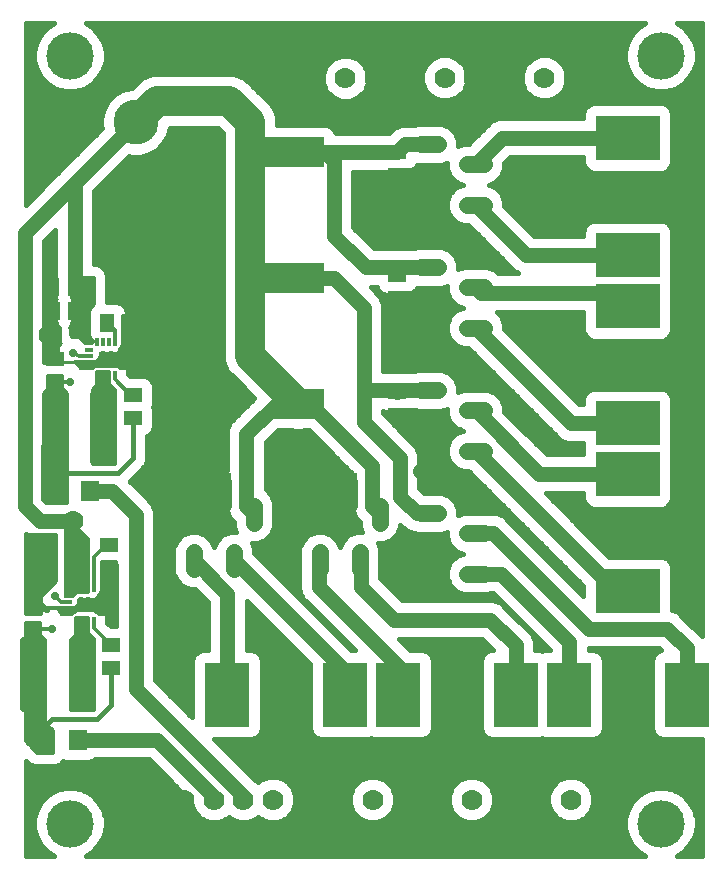
<source format=gtl>
G75*
G70*
%OFA0B0*%
%FSLAX24Y24*%
%IPPOS*%
%LPD*%
%AMOC8*
5,1,8,0,0,1.08239X$1,22.5*
%
%ADD10R,0.0480X0.0480*%
%ADD11R,0.0315X0.0118*%
%ADD12R,0.0118X0.0315*%
%ADD13R,0.0512X0.0591*%
%ADD14C,0.0217*%
%ADD15R,0.0591X0.0512*%
%ADD16C,0.1500*%
%ADD17C,0.0700*%
%ADD18R,0.0630X0.0710*%
%ADD19C,0.0554*%
%ADD20R,0.1693X0.0984*%
%ADD21R,0.2165X0.1516*%
%ADD22R,0.1516X0.2165*%
%ADD23C,0.0100*%
%ADD24OC8,0.0278*%
%ADD25C,0.0120*%
%ADD26C,0.0500*%
%ADD27C,0.0160*%
%ADD28C,0.0320*%
%ADD29C,0.1000*%
%ADD30C,0.0400*%
%ADD31C,0.1581*%
D10*
X002680Y009080D03*
X003380Y017280D03*
D11*
X003931Y017182D03*
X003931Y017379D03*
X003931Y017576D03*
X003931Y016985D03*
X002829Y016985D03*
X002829Y017182D03*
X002829Y017379D03*
X002829Y017576D03*
X003231Y009375D03*
X003231Y009178D03*
X003231Y008982D03*
X003231Y008785D03*
X002129Y008785D03*
X002129Y008982D03*
X002129Y009178D03*
X002129Y009375D03*
D12*
X002385Y009631D03*
X002582Y009631D03*
X002778Y009631D03*
X002975Y009631D03*
X002975Y008529D03*
X002778Y008529D03*
X002582Y008529D03*
X002385Y008529D03*
X003085Y016729D03*
X003281Y016729D03*
X003478Y016729D03*
X003675Y016729D03*
X003675Y017832D03*
X003478Y017832D03*
X003281Y017832D03*
X003085Y017832D03*
D13*
X003434Y018471D03*
X004182Y018471D03*
X002359Y018882D03*
X001611Y018882D03*
X001602Y019676D03*
X002350Y019676D03*
X007306Y013180D03*
X008054Y013180D03*
X011506Y013180D03*
X012254Y013180D03*
X002254Y011160D03*
X002254Y010480D03*
X001506Y010480D03*
X001506Y011160D03*
D14*
X001996Y013851D02*
X001996Y016115D01*
X001996Y013851D02*
X001346Y013851D01*
X001346Y016115D01*
X001996Y016115D01*
X001996Y014067D02*
X001346Y014067D01*
X001346Y014283D02*
X001996Y014283D01*
X001996Y014499D02*
X001346Y014499D01*
X001346Y014715D02*
X001996Y014715D01*
X001996Y014931D02*
X001346Y014931D01*
X001346Y015147D02*
X001996Y015147D01*
X001996Y015363D02*
X001346Y015363D01*
X001346Y015579D02*
X001996Y015579D01*
X001996Y015795D02*
X001346Y015795D01*
X001346Y016011D02*
X001996Y016011D01*
X002961Y016115D02*
X002961Y013851D01*
X002961Y016115D02*
X003611Y016115D01*
X003611Y013851D01*
X002961Y013851D01*
X002961Y014067D02*
X003611Y014067D01*
X003611Y014283D02*
X002961Y014283D01*
X002961Y014499D02*
X003611Y014499D01*
X003611Y014715D02*
X002961Y014715D01*
X002961Y014931D02*
X003611Y014931D01*
X003611Y015147D02*
X002961Y015147D01*
X002961Y015363D02*
X003611Y015363D01*
X003611Y015579D02*
X002961Y015579D01*
X002961Y015795D02*
X003611Y015795D01*
X003611Y016011D02*
X002961Y016011D01*
X002243Y007889D02*
X002243Y005625D01*
X002243Y007889D02*
X002893Y007889D01*
X002893Y005625D01*
X002243Y005625D01*
X002243Y005841D02*
X002893Y005841D01*
X002893Y006057D02*
X002243Y006057D01*
X002243Y006273D02*
X002893Y006273D01*
X002893Y006489D02*
X002243Y006489D01*
X002243Y006705D02*
X002893Y006705D01*
X002893Y006921D02*
X002243Y006921D01*
X002243Y007137D02*
X002893Y007137D01*
X002893Y007353D02*
X002243Y007353D01*
X002243Y007569D02*
X002893Y007569D01*
X002893Y007785D02*
X002243Y007785D01*
X001279Y007889D02*
X001279Y005625D01*
X000629Y005625D01*
X000629Y007889D01*
X001279Y007889D01*
X001279Y005841D02*
X000629Y005841D01*
X000629Y006057D02*
X001279Y006057D01*
X001279Y006273D02*
X000629Y006273D01*
X000629Y006489D02*
X001279Y006489D01*
X001279Y006705D02*
X000629Y006705D01*
X000629Y006921D02*
X001279Y006921D01*
X001279Y007137D02*
X000629Y007137D01*
X000629Y007353D02*
X001279Y007353D01*
X001279Y007569D02*
X000629Y007569D01*
X000629Y007785D02*
X001279Y007785D01*
D15*
X000950Y008266D03*
X000950Y009014D03*
X003480Y010306D03*
X003480Y011054D03*
X003542Y007723D03*
X003542Y006974D03*
X004279Y015306D03*
X004279Y016054D03*
X001674Y016505D03*
X001674Y017253D03*
X013080Y016154D03*
X013080Y015406D03*
X013080Y019306D03*
X013080Y020054D03*
X013080Y023406D03*
X013080Y024154D03*
D16*
X004380Y023196D03*
X004380Y025164D03*
D17*
X001480Y018080D03*
X002280Y011880D03*
X000980Y009780D03*
X005011Y002580D03*
X005996Y002580D03*
X006980Y002580D03*
X007964Y002580D03*
X008949Y002580D03*
X011288Y002580D03*
X012272Y002580D03*
X014588Y002580D03*
X015572Y002580D03*
X017898Y002580D03*
X018882Y002580D03*
X018982Y026640D03*
X017998Y026640D03*
X015662Y026640D03*
X014678Y026640D03*
X012352Y026620D03*
X011368Y026620D03*
D18*
X002840Y012880D03*
X001720Y012880D03*
X001320Y004580D03*
X002440Y004580D03*
D19*
X006311Y010274D02*
X006311Y010829D01*
X006980Y011810D02*
X006980Y012364D01*
X008319Y012364D02*
X008319Y011810D01*
X007649Y010829D02*
X007649Y010274D01*
X005641Y011810D02*
X005641Y012364D01*
X009841Y012364D02*
X009841Y011810D01*
X010511Y010829D02*
X010511Y010274D01*
X011180Y011810D02*
X011180Y012364D01*
X011849Y010829D02*
X011849Y010274D01*
X012519Y011810D02*
X012519Y012364D01*
X013896Y012119D02*
X014450Y012119D01*
X015431Y011449D02*
X015986Y011449D01*
X015986Y010111D02*
X015431Y010111D01*
X014450Y010780D02*
X013896Y010780D01*
X013896Y009441D02*
X014450Y009441D01*
X014450Y013541D02*
X013896Y013541D01*
X013896Y014880D02*
X014450Y014880D01*
X015431Y014211D02*
X015986Y014211D01*
X015986Y015549D02*
X015431Y015549D01*
X014450Y016219D02*
X013896Y016219D01*
X013896Y017641D02*
X014450Y017641D01*
X015431Y018311D02*
X015986Y018311D01*
X015986Y019649D02*
X015431Y019649D01*
X014450Y018980D02*
X013896Y018980D01*
X013896Y020319D02*
X014450Y020319D01*
X014450Y021741D02*
X013896Y021741D01*
X013896Y023080D02*
X014450Y023080D01*
X015431Y022411D02*
X015986Y022411D01*
X015986Y023749D02*
X015431Y023749D01*
X014450Y024419D02*
X013896Y024419D01*
D20*
X009814Y024180D03*
X006546Y024180D03*
X006546Y019980D03*
X009814Y019980D03*
X009814Y015780D03*
X006546Y015780D03*
D21*
X020780Y015121D03*
X020780Y013439D03*
X020780Y009521D03*
X020780Y019039D03*
X020780Y020721D03*
X020780Y024639D03*
D22*
X018821Y006080D03*
X017039Y006080D03*
X013121Y006080D03*
X011339Y006080D03*
X007421Y006080D03*
X022739Y006080D03*
D23*
X004430Y016970D02*
X003835Y016970D01*
X003788Y017017D01*
X002972Y017017D01*
X002932Y016977D01*
X002510Y016980D01*
X002320Y017190D01*
X002401Y017190D01*
X002403Y017189D01*
X002436Y017189D01*
X002466Y017174D01*
X002512Y017189D01*
X002907Y017189D01*
X002908Y017190D01*
X003040Y017190D01*
X003116Y017266D01*
X003116Y017292D01*
X003190Y017370D01*
X003190Y017480D01*
X003740Y017480D01*
X003820Y017560D01*
X003820Y017576D01*
X003864Y017620D01*
X003864Y017654D01*
X003930Y017720D01*
X003930Y018730D01*
X004430Y018730D01*
X004430Y016970D01*
X004430Y017024D02*
X002471Y017024D01*
X002381Y017122D02*
X004430Y017122D01*
X004430Y017221D02*
X003071Y017221D01*
X003142Y017319D02*
X004430Y017319D01*
X004430Y017418D02*
X003190Y017418D01*
X003272Y017401D02*
X003272Y017165D01*
X003094Y016850D02*
X003486Y016850D01*
X003486Y016809D01*
X003485Y016808D01*
X003485Y016506D01*
X003500Y016491D01*
X003500Y016420D01*
X003670Y016250D01*
X003670Y013780D01*
X002910Y013780D01*
X002910Y016250D01*
X003060Y016400D01*
X003060Y016816D01*
X003094Y016850D01*
X003070Y016827D02*
X003486Y016827D01*
X003485Y016728D02*
X003060Y016728D01*
X003060Y016630D02*
X003485Y016630D01*
X003485Y016531D02*
X003060Y016531D01*
X003060Y016433D02*
X003500Y016433D01*
X003586Y016334D02*
X002994Y016334D01*
X002910Y016236D02*
X003670Y016236D01*
X003670Y016137D02*
X002910Y016137D01*
X002910Y016039D02*
X003670Y016039D01*
X003670Y015940D02*
X002910Y015940D01*
X002910Y015842D02*
X003670Y015842D01*
X003670Y015743D02*
X002910Y015743D01*
X002910Y015645D02*
X003670Y015645D01*
X003670Y015546D02*
X002910Y015546D01*
X002910Y015448D02*
X003670Y015448D01*
X003670Y015349D02*
X002910Y015349D01*
X002910Y015251D02*
X003670Y015251D01*
X003670Y015152D02*
X002910Y015152D01*
X002910Y015054D02*
X003670Y015054D01*
X003670Y014955D02*
X002910Y014955D01*
X002910Y014857D02*
X003670Y014857D01*
X003670Y014758D02*
X002910Y014758D01*
X002910Y014660D02*
X003670Y014660D01*
X003670Y014561D02*
X002910Y014561D01*
X002910Y014463D02*
X003670Y014463D01*
X003670Y014364D02*
X002910Y014364D01*
X002910Y014266D02*
X003670Y014266D01*
X003670Y014167D02*
X002910Y014167D01*
X002910Y014069D02*
X003670Y014069D01*
X003670Y013970D02*
X002910Y013970D01*
X002910Y013872D02*
X003670Y013872D01*
X002070Y013872D02*
X001280Y013872D01*
X001280Y013790D02*
X001280Y016140D01*
X001420Y016280D01*
X001420Y016720D01*
X001920Y016720D01*
X001920Y016290D01*
X002070Y016140D01*
X002070Y013790D01*
X001280Y013790D01*
X001280Y013970D02*
X002070Y013970D01*
X002070Y014069D02*
X001280Y014069D01*
X001280Y014167D02*
X002070Y014167D01*
X002070Y014266D02*
X001280Y014266D01*
X001280Y014364D02*
X002070Y014364D01*
X002070Y014463D02*
X001280Y014463D01*
X001280Y014561D02*
X002070Y014561D01*
X002070Y014660D02*
X001280Y014660D01*
X001280Y014758D02*
X002070Y014758D01*
X002070Y014857D02*
X001280Y014857D01*
X001280Y014955D02*
X002070Y014955D01*
X002070Y015054D02*
X001280Y015054D01*
X001280Y015152D02*
X002070Y015152D01*
X002070Y015251D02*
X001280Y015251D01*
X001280Y015349D02*
X002070Y015349D01*
X002070Y015448D02*
X001280Y015448D01*
X001280Y015546D02*
X002070Y015546D01*
X002070Y015645D02*
X001280Y015645D01*
X001280Y015743D02*
X002070Y015743D01*
X002070Y015842D02*
X001280Y015842D01*
X001280Y015940D02*
X002070Y015940D01*
X002070Y016039D02*
X001280Y016039D01*
X001280Y016137D02*
X002070Y016137D01*
X001974Y016236D02*
X001376Y016236D01*
X001420Y016334D02*
X001920Y016334D01*
X001920Y016433D02*
X001420Y016433D01*
X001420Y016531D02*
X001920Y016531D01*
X001920Y016630D02*
X001420Y016630D01*
X001300Y017129D02*
X001300Y019982D01*
X001724Y019988D01*
X001724Y019307D01*
X001740Y019267D01*
X001733Y019251D01*
X001733Y018513D01*
X001790Y018377D01*
X001840Y018327D01*
X001840Y017830D01*
X001885Y017805D01*
X001771Y017691D01*
X001771Y017269D01*
X001909Y017131D01*
X001306Y017131D01*
X001300Y017129D01*
X001300Y017221D02*
X001820Y017221D01*
X001746Y017182D02*
X001674Y017253D01*
X001674Y017182D01*
X001746Y017182D02*
X002829Y017182D01*
X002905Y017809D02*
X002671Y017809D01*
X002491Y017989D01*
X002261Y017989D01*
X002200Y018050D01*
X002200Y018223D01*
X002149Y018346D01*
X002181Y018377D01*
X002237Y018513D01*
X002237Y019251D01*
X002221Y019291D01*
X002228Y019307D01*
X002228Y019990D01*
X002980Y019990D01*
X002980Y019085D01*
X002968Y019080D01*
X002864Y018976D01*
X002808Y018840D01*
X002808Y018102D01*
X002864Y017966D01*
X002968Y017862D01*
X002983Y017856D01*
X002930Y017834D01*
X002905Y017809D01*
X002907Y017812D02*
X002668Y017812D01*
X002570Y017910D02*
X002920Y017910D01*
X002847Y018009D02*
X002241Y018009D01*
X002200Y018107D02*
X002808Y018107D01*
X002808Y018206D02*
X002200Y018206D01*
X002167Y018304D02*
X002808Y018304D01*
X002808Y018403D02*
X002191Y018403D01*
X002232Y018501D02*
X002808Y018501D01*
X002808Y018600D02*
X002237Y018600D01*
X002237Y018698D02*
X002808Y018698D01*
X002808Y018797D02*
X002237Y018797D01*
X002237Y018895D02*
X002830Y018895D01*
X002882Y018994D02*
X002237Y018994D01*
X002237Y019092D02*
X002980Y019092D01*
X002980Y019191D02*
X002237Y019191D01*
X002222Y019289D02*
X002980Y019289D01*
X002980Y019388D02*
X002228Y019388D01*
X002228Y019486D02*
X002980Y019486D01*
X002980Y019585D02*
X002228Y019585D01*
X002228Y019683D02*
X002980Y019683D01*
X002980Y019782D02*
X002228Y019782D01*
X002228Y019880D02*
X002980Y019880D01*
X002980Y019979D02*
X002228Y019979D01*
X001724Y019979D02*
X001300Y019979D01*
X001300Y019880D02*
X001724Y019880D01*
X001724Y019782D02*
X001300Y019782D01*
X001300Y019683D02*
X001724Y019683D01*
X001724Y019585D02*
X001300Y019585D01*
X001300Y019486D02*
X001724Y019486D01*
X001724Y019388D02*
X001300Y019388D01*
X001300Y019289D02*
X001731Y019289D01*
X001733Y019191D02*
X001300Y019191D01*
X001300Y019092D02*
X001733Y019092D01*
X001733Y018994D02*
X001300Y018994D01*
X001300Y018895D02*
X001733Y018895D01*
X001733Y018797D02*
X001300Y018797D01*
X001300Y018698D02*
X001733Y018698D01*
X001733Y018600D02*
X001300Y018600D01*
X001300Y018501D02*
X001739Y018501D01*
X001779Y018403D02*
X001300Y018403D01*
X001300Y018304D02*
X001840Y018304D01*
X001840Y018206D02*
X001300Y018206D01*
X001300Y018107D02*
X001840Y018107D01*
X001840Y018009D02*
X001300Y018009D01*
X001300Y017910D02*
X001840Y017910D01*
X001873Y017812D02*
X001300Y017812D01*
X001300Y017713D02*
X001793Y017713D01*
X001771Y017615D02*
X001300Y017615D01*
X001300Y017516D02*
X001771Y017516D01*
X001771Y017418D02*
X001300Y017418D01*
X001300Y017319D02*
X001771Y017319D01*
X001674Y015187D02*
X001671Y014983D01*
X003776Y017516D02*
X004430Y017516D01*
X004430Y017615D02*
X003858Y017615D01*
X003923Y017713D02*
X004430Y017713D01*
X004430Y017812D02*
X003930Y017812D01*
X003930Y017910D02*
X004430Y017910D01*
X004430Y018009D02*
X003930Y018009D01*
X003930Y018107D02*
X004430Y018107D01*
X004430Y018206D02*
X003930Y018206D01*
X003930Y018304D02*
X004430Y018304D01*
X004430Y018403D02*
X003930Y018403D01*
X003930Y018501D02*
X004430Y018501D01*
X004430Y018600D02*
X003930Y018600D01*
X003930Y018698D02*
X004430Y018698D01*
X002480Y011580D02*
X002020Y011590D01*
X002020Y009368D01*
X002208Y009368D01*
X002208Y009367D01*
X002267Y009367D01*
X002390Y009490D01*
X002786Y009490D01*
X002786Y009552D01*
X002785Y009552D01*
X002785Y009915D01*
X002770Y011290D01*
X002480Y011580D01*
X002552Y011508D02*
X002020Y011508D01*
X002020Y011409D02*
X002651Y011409D01*
X002749Y011311D02*
X002020Y011311D01*
X002020Y011212D02*
X002771Y011212D01*
X002772Y011114D02*
X002020Y011114D01*
X002020Y011015D02*
X002773Y011015D01*
X002774Y010917D02*
X002020Y010917D01*
X002020Y010818D02*
X002775Y010818D01*
X002776Y010720D02*
X002020Y010720D01*
X002020Y010621D02*
X002777Y010621D01*
X002779Y010523D02*
X002020Y010523D01*
X002020Y010424D02*
X002780Y010424D01*
X002781Y010326D02*
X002020Y010326D01*
X002020Y010227D02*
X002782Y010227D01*
X002783Y010129D02*
X002020Y010129D01*
X002020Y010030D02*
X002784Y010030D01*
X002785Y009932D02*
X002020Y009932D01*
X002020Y009833D02*
X002785Y009833D01*
X002785Y009735D02*
X002020Y009735D01*
X002020Y009636D02*
X002785Y009636D01*
X002786Y009538D02*
X002020Y009538D01*
X002020Y009439D02*
X002339Y009439D01*
X002480Y009280D02*
X003030Y009280D01*
X003110Y009360D01*
X003110Y009366D01*
X003164Y009420D01*
X003164Y009464D01*
X003220Y009520D01*
X003220Y010530D01*
X003720Y010530D01*
X003720Y008770D01*
X003134Y008770D01*
X003088Y008816D01*
X003064Y008816D01*
X002990Y008890D01*
X002390Y008890D01*
X002316Y008816D01*
X002272Y008816D01*
X002236Y008780D01*
X001900Y008780D01*
X001710Y008990D01*
X001801Y008990D01*
X001803Y008988D01*
X002208Y008988D01*
X002208Y008989D01*
X002340Y008989D01*
X002416Y009066D01*
X002416Y009103D01*
X002480Y009170D01*
X002480Y009280D01*
X002480Y009242D02*
X003720Y009242D01*
X003720Y009144D02*
X002455Y009144D01*
X002396Y009045D02*
X003720Y009045D01*
X003720Y008947D02*
X001749Y008947D01*
X001838Y008848D02*
X002348Y008848D01*
X002394Y008650D02*
X002786Y008650D01*
X002786Y008608D01*
X002785Y008608D01*
X002785Y008211D01*
X002800Y008196D01*
X002800Y008120D01*
X002970Y007950D01*
X002970Y005580D01*
X002170Y005580D01*
X002170Y007910D01*
X002360Y008100D01*
X002360Y008616D01*
X002394Y008650D01*
X002360Y008553D02*
X002785Y008553D01*
X002785Y008454D02*
X002360Y008454D01*
X002360Y008356D02*
X002785Y008356D01*
X002785Y008257D02*
X002360Y008257D01*
X002360Y008159D02*
X002800Y008159D01*
X002860Y008060D02*
X002320Y008060D01*
X002222Y007962D02*
X002958Y007962D01*
X002970Y007863D02*
X002170Y007863D01*
X002170Y007765D02*
X002970Y007765D01*
X002970Y007666D02*
X002170Y007666D01*
X002170Y007568D02*
X002970Y007568D01*
X002970Y007469D02*
X002170Y007469D01*
X002170Y007371D02*
X002970Y007371D01*
X002970Y007272D02*
X002170Y007272D01*
X002170Y007174D02*
X002970Y007174D01*
X002970Y007075D02*
X002170Y007075D01*
X002170Y006977D02*
X002970Y006977D01*
X002970Y006878D02*
X002170Y006878D01*
X002170Y006780D02*
X002970Y006780D01*
X002970Y006681D02*
X002170Y006681D01*
X002170Y006583D02*
X002970Y006583D01*
X002970Y006484D02*
X002170Y006484D01*
X002170Y006386D02*
X002970Y006386D01*
X002970Y006287D02*
X002170Y006287D01*
X002170Y006189D02*
X002970Y006189D01*
X002970Y006090D02*
X002170Y006090D01*
X002170Y005992D02*
X002970Y005992D01*
X002970Y005893D02*
X002170Y005893D01*
X002170Y005795D02*
X002970Y005795D01*
X002970Y005696D02*
X002170Y005696D01*
X002170Y005598D02*
X002970Y005598D01*
X001350Y005598D02*
X000680Y005598D01*
X000680Y005560D02*
X000680Y008030D01*
X000700Y008050D01*
X000700Y008490D01*
X001200Y008490D01*
X001200Y008060D01*
X001350Y007910D01*
X001350Y005560D01*
X000680Y005560D01*
X000680Y005696D02*
X001350Y005696D01*
X001350Y005795D02*
X000680Y005795D01*
X000680Y005893D02*
X001350Y005893D01*
X001350Y005992D02*
X000680Y005992D01*
X000680Y006090D02*
X001350Y006090D01*
X001350Y006189D02*
X000680Y006189D01*
X000680Y006287D02*
X001350Y006287D01*
X001350Y006386D02*
X000680Y006386D01*
X000680Y006484D02*
X001350Y006484D01*
X001350Y006583D02*
X000680Y006583D01*
X000680Y006681D02*
X001350Y006681D01*
X001350Y006780D02*
X000680Y006780D01*
X000680Y006878D02*
X001350Y006878D01*
X001350Y006977D02*
X000680Y006977D01*
X000680Y007075D02*
X001350Y007075D01*
X001350Y007174D02*
X000680Y007174D01*
X000680Y007272D02*
X001350Y007272D01*
X001350Y007371D02*
X000680Y007371D01*
X000680Y007469D02*
X001350Y007469D01*
X001350Y007568D02*
X000680Y007568D01*
X000680Y007666D02*
X001350Y007666D01*
X001350Y007765D02*
X000680Y007765D01*
X000680Y007863D02*
X001350Y007863D01*
X001298Y007962D02*
X000680Y007962D01*
X000700Y008060D02*
X001200Y008060D01*
X001200Y008159D02*
X000700Y008159D01*
X000700Y008257D02*
X001200Y008257D01*
X001200Y008356D02*
X000700Y008356D01*
X000700Y008454D02*
X001200Y008454D01*
X001230Y008780D02*
X000680Y008780D01*
X000680Y011430D01*
X001720Y011430D01*
X001720Y009870D01*
X001230Y009380D01*
X001230Y008780D01*
X001230Y008848D02*
X000680Y008848D01*
X000680Y008947D02*
X001230Y008947D01*
X001230Y009045D02*
X000680Y009045D01*
X000680Y009144D02*
X001230Y009144D01*
X001230Y009242D02*
X000680Y009242D01*
X000680Y009341D02*
X001230Y009341D01*
X001289Y009439D02*
X000680Y009439D01*
X000680Y009538D02*
X001388Y009538D01*
X001486Y009636D02*
X000680Y009636D01*
X000680Y009735D02*
X001585Y009735D01*
X001683Y009833D02*
X000680Y009833D01*
X000680Y009932D02*
X001720Y009932D01*
X001720Y010030D02*
X000680Y010030D01*
X000680Y010129D02*
X001720Y010129D01*
X001720Y010227D02*
X000680Y010227D01*
X000680Y010326D02*
X001720Y010326D01*
X001720Y010424D02*
X000680Y010424D01*
X000680Y010523D02*
X001720Y010523D01*
X001720Y010621D02*
X000680Y010621D01*
X000680Y010720D02*
X001720Y010720D01*
X001720Y010818D02*
X000680Y010818D01*
X000680Y010917D02*
X001720Y010917D01*
X001720Y011015D02*
X000680Y011015D01*
X000680Y011114D02*
X001720Y011114D01*
X001720Y011212D02*
X000680Y011212D01*
X000680Y011311D02*
X001720Y011311D01*
X001720Y011409D02*
X000680Y011409D01*
X003091Y009341D02*
X003720Y009341D01*
X003720Y009439D02*
X003164Y009439D01*
X003220Y009538D02*
X003720Y009538D01*
X003720Y009636D02*
X003220Y009636D01*
X003220Y009735D02*
X003720Y009735D01*
X003720Y009833D02*
X003220Y009833D01*
X003220Y009932D02*
X003720Y009932D01*
X003720Y010030D02*
X003220Y010030D01*
X003220Y010129D02*
X003720Y010129D01*
X003720Y010227D02*
X003220Y010227D01*
X003220Y010326D02*
X003720Y010326D01*
X003720Y010424D02*
X003220Y010424D01*
X003220Y010523D02*
X003720Y010523D01*
X003720Y008848D02*
X003032Y008848D01*
D24*
X002800Y008960D03*
X002800Y009200D03*
X002560Y009200D03*
X002560Y008960D03*
X001680Y009380D03*
X001580Y008280D03*
X002180Y016510D03*
X002280Y017480D03*
X003272Y017401D03*
X003272Y017165D03*
X003548Y017165D03*
X003548Y017401D03*
D25*
X003675Y017832D02*
X003675Y018230D01*
X003434Y018471D01*
X002829Y017379D02*
X002481Y017379D01*
X002280Y017480D01*
X002180Y016510D02*
X001679Y016510D01*
X001674Y016505D01*
X003675Y016585D02*
X004080Y016180D01*
X004153Y016180D01*
X004279Y016054D01*
X003675Y016585D02*
X003675Y016729D01*
X002254Y011160D02*
X002385Y010329D01*
X002975Y010675D02*
X002975Y009631D01*
X002975Y010675D02*
X003280Y010980D01*
X003406Y010980D01*
X003480Y011054D01*
X002129Y009178D02*
X001882Y009178D01*
X001680Y009380D01*
X002129Y008982D02*
X000952Y008982D01*
X000950Y009014D01*
X000950Y008266D02*
X001566Y008266D01*
X001580Y008280D01*
X000954Y006757D02*
X000950Y006614D01*
X002568Y006757D02*
X002582Y006731D01*
X003542Y007723D02*
X002975Y008289D01*
X002975Y008529D01*
D26*
X004380Y006280D02*
X007964Y002696D01*
X007964Y002580D01*
X006980Y002580D02*
X006980Y002680D01*
X005080Y004580D01*
X002440Y004580D01*
X004380Y006280D02*
X004380Y012080D01*
X003580Y012880D01*
X002840Y012880D01*
X002280Y011880D02*
X001180Y011880D01*
X000680Y012380D01*
X000680Y021414D01*
X000680Y021464D02*
X002350Y023134D01*
X002388Y023172D01*
X002350Y023134D02*
X002350Y019676D01*
X002438Y023222D02*
X004380Y025164D01*
X009580Y024154D02*
X013080Y024154D01*
X013345Y024419D01*
X014173Y024419D01*
X013847Y023406D02*
X014173Y023080D01*
X014173Y021741D01*
X014173Y020319D02*
X012980Y020319D01*
X012041Y020319D01*
X010980Y021380D01*
X010980Y023880D01*
X010680Y024180D01*
X009814Y024180D01*
X013080Y023406D02*
X013847Y023406D01*
X015708Y023749D02*
X016598Y024639D01*
X020780Y024639D01*
X020780Y020721D02*
X017398Y020721D01*
X015708Y022411D01*
X015708Y019649D02*
X015711Y019649D01*
X015880Y019480D01*
X020080Y019480D01*
X020330Y019230D01*
X020780Y015121D02*
X018898Y015121D01*
X015708Y018311D01*
X014173Y018980D02*
X014173Y017641D01*
X014173Y018980D02*
X013847Y019306D01*
X013080Y019306D01*
X011980Y018980D02*
X010980Y019980D01*
X009680Y019980D01*
X011980Y018980D02*
X011980Y016280D01*
X011980Y015180D01*
X013180Y013980D01*
X013180Y012680D01*
X013741Y012119D01*
X014173Y012119D01*
X014173Y010780D02*
X014173Y009441D01*
X012980Y008580D02*
X011880Y009680D01*
X011880Y010521D01*
X012519Y012087D02*
X012254Y012352D01*
X012254Y013180D01*
X012254Y013706D01*
X010180Y015780D01*
X009080Y015780D02*
X008054Y014754D01*
X008054Y013180D01*
X008054Y012352D01*
X008319Y012087D01*
X007306Y012413D02*
X007306Y013180D01*
X007306Y012413D02*
X006980Y012087D01*
X005641Y012087D01*
X006311Y010552D02*
X007421Y009441D01*
X007421Y006080D01*
X010480Y009680D02*
X010480Y010521D01*
X010480Y009680D02*
X013121Y007039D01*
X013121Y006080D01*
X011339Y006080D02*
X011339Y006862D01*
X007649Y010552D01*
X009841Y012087D02*
X011180Y012087D01*
X011506Y012413D01*
X011506Y013180D01*
X013080Y015406D02*
X013647Y015406D01*
X014173Y014880D01*
X014173Y013541D01*
X015708Y014211D02*
X020398Y009521D01*
X019480Y008280D02*
X016280Y011480D01*
X015739Y011480D01*
X015708Y010111D02*
X016549Y010111D01*
X018821Y007839D01*
X018821Y006080D01*
X017039Y006080D02*
X017039Y007721D01*
X016180Y008580D01*
X012980Y008580D01*
X017819Y013439D02*
X015708Y015549D01*
X014173Y016219D02*
X013080Y016219D01*
X013080Y016154D01*
X013080Y016219D02*
X012041Y016219D01*
X017819Y013439D02*
X020780Y013439D01*
X022080Y008280D02*
X019480Y008280D01*
X022080Y008280D02*
X022739Y007621D01*
X022739Y006080D01*
X002254Y011160D02*
X002254Y011506D01*
D27*
X000710Y003871D02*
X000710Y000710D01*
X001652Y000710D01*
X001449Y000827D01*
X001227Y001049D01*
X001071Y001320D01*
X000989Y001623D01*
X000989Y001937D01*
X001071Y002240D01*
X001071Y002241D02*
X000710Y002241D01*
X000710Y002399D02*
X001163Y002399D01*
X001227Y002511D02*
X001071Y002240D01*
X001028Y002082D02*
X000710Y002082D01*
X000710Y001924D02*
X000989Y001924D01*
X000989Y001765D02*
X000710Y001765D01*
X000710Y001607D02*
X000994Y001607D01*
X001036Y001448D02*
X000710Y001448D01*
X000710Y001290D02*
X001088Y001290D01*
X001180Y001131D02*
X000710Y001131D01*
X000710Y000973D02*
X001304Y000973D01*
X001472Y000814D02*
X000710Y000814D01*
X000710Y002558D02*
X001274Y002558D01*
X001227Y002511D02*
X001449Y002733D01*
X001720Y002889D01*
X002023Y002971D01*
X002337Y002971D01*
X002640Y002889D01*
X002911Y002733D01*
X003133Y002511D01*
X003289Y002240D01*
X003289Y002241D02*
X006309Y002241D01*
X006344Y002155D02*
X006555Y001944D01*
X006831Y001830D01*
X007129Y001830D01*
X007405Y001944D01*
X007472Y002011D01*
X007539Y001944D01*
X007815Y001830D01*
X008113Y001830D01*
X008389Y001944D01*
X008456Y002011D01*
X008524Y001944D01*
X008799Y001830D01*
X009098Y001830D01*
X009373Y001944D01*
X009584Y002155D01*
X009699Y002431D01*
X009699Y002729D01*
X009584Y003005D01*
X009373Y003216D01*
X009098Y003330D01*
X008799Y003330D01*
X008524Y003216D01*
X008456Y003149D01*
X008389Y003216D01*
X008345Y003234D01*
X006982Y004597D01*
X008259Y004597D01*
X008406Y004658D01*
X008518Y004771D01*
X008579Y004918D01*
X008579Y007242D01*
X008518Y007389D01*
X008406Y007502D01*
X008259Y007563D01*
X008071Y007563D01*
X008071Y009210D01*
X010181Y007101D01*
X010181Y004918D01*
X010242Y004771D01*
X010354Y004658D01*
X010501Y004597D01*
X012176Y004597D01*
X012230Y004620D01*
X012284Y004597D01*
X013959Y004597D01*
X014106Y004658D01*
X014218Y004771D01*
X014279Y004918D01*
X014279Y007242D01*
X014218Y007389D01*
X014106Y007502D01*
X013959Y007563D01*
X013517Y007563D01*
X013149Y007930D01*
X015911Y007930D01*
X016278Y007563D01*
X016201Y007563D01*
X016054Y007502D01*
X015942Y007389D01*
X015881Y007242D01*
X015881Y004918D01*
X015942Y004771D01*
X016054Y004658D01*
X016201Y004597D01*
X017876Y004597D01*
X017930Y004620D01*
X017984Y004597D01*
X019659Y004597D01*
X019806Y004658D01*
X019918Y004771D01*
X019979Y004918D01*
X019979Y007242D01*
X019918Y007389D01*
X019806Y007502D01*
X019659Y007563D01*
X019471Y007563D01*
X019471Y007630D01*
X021811Y007630D01*
X021885Y007556D01*
X021754Y007502D01*
X021642Y007389D01*
X021581Y007242D01*
X021581Y004918D01*
X021642Y004771D01*
X021754Y004658D01*
X021901Y004597D01*
X023250Y004597D01*
X023250Y000710D01*
X022408Y000710D01*
X022611Y000827D01*
X022833Y001049D01*
X022989Y001320D01*
X023071Y001623D01*
X023071Y001937D01*
X022989Y002240D01*
X022989Y002241D02*
X023250Y002241D01*
X023250Y002399D02*
X022897Y002399D01*
X022833Y002511D02*
X022611Y002733D01*
X022340Y002889D01*
X022037Y002971D01*
X021723Y002971D01*
X021420Y002889D01*
X021149Y002733D01*
X020927Y002511D01*
X020771Y002240D01*
X020771Y002241D02*
X019553Y002241D01*
X019518Y002155D02*
X019632Y002431D01*
X019632Y002729D01*
X019518Y003005D01*
X019307Y003216D01*
X019031Y003330D01*
X018733Y003330D01*
X018457Y003216D01*
X018246Y003005D01*
X018132Y002729D01*
X018132Y002431D01*
X018246Y002155D01*
X018457Y001944D01*
X018733Y001830D01*
X019031Y001830D01*
X019307Y001944D01*
X019518Y002155D01*
X019445Y002082D02*
X020728Y002082D01*
X020689Y001937D02*
X020771Y002240D01*
X020863Y002399D02*
X019619Y002399D01*
X019632Y002558D02*
X020974Y002558D01*
X021132Y002716D02*
X019632Y002716D01*
X019572Y002875D02*
X021395Y002875D01*
X020689Y001937D02*
X020689Y001623D01*
X020771Y001320D01*
X020927Y001049D01*
X021149Y000827D01*
X021352Y000710D01*
X002708Y000710D01*
X002911Y000827D01*
X003133Y001049D01*
X003289Y001320D01*
X003371Y001623D01*
X003371Y001937D01*
X003289Y002240D01*
X003332Y002082D02*
X006417Y002082D01*
X006344Y002155D02*
X006230Y002431D01*
X006230Y002511D01*
X004811Y003930D01*
X003025Y003930D01*
X002981Y003886D01*
X002834Y003825D01*
X002045Y003825D01*
X001959Y003861D01*
X001872Y003773D01*
X001695Y003700D01*
X000985Y003700D01*
X000808Y003773D01*
X000710Y003871D01*
X000710Y003826D02*
X000756Y003826D01*
X000710Y003667D02*
X005074Y003667D01*
X005232Y003509D02*
X000710Y003509D01*
X000710Y003350D02*
X005391Y003350D01*
X005549Y003192D02*
X000710Y003192D01*
X000710Y003033D02*
X005708Y003033D01*
X005866Y002875D02*
X002665Y002875D01*
X002928Y002716D02*
X006025Y002716D01*
X006183Y002558D02*
X003086Y002558D01*
X003197Y002399D02*
X006243Y002399D01*
X006605Y001924D02*
X003371Y001924D01*
X003371Y001765D02*
X020689Y001765D01*
X020689Y001924D02*
X019257Y001924D01*
X018507Y001924D02*
X015947Y001924D01*
X015997Y001944D02*
X016208Y002155D01*
X016322Y002431D01*
X016322Y002729D01*
X016208Y003005D01*
X015997Y003216D01*
X015721Y003330D01*
X015423Y003330D01*
X015147Y003216D01*
X014936Y003005D01*
X014822Y002729D01*
X014822Y002431D01*
X014936Y002155D01*
X015147Y001944D01*
X015423Y001830D01*
X015721Y001830D01*
X015997Y001944D01*
X016135Y002082D02*
X018319Y002082D01*
X018211Y002241D02*
X016243Y002241D01*
X016309Y002399D02*
X018145Y002399D01*
X018132Y002558D02*
X016322Y002558D01*
X016322Y002716D02*
X018132Y002716D01*
X018192Y002875D02*
X016262Y002875D01*
X016180Y003033D02*
X018274Y003033D01*
X018433Y003192D02*
X016021Y003192D01*
X015123Y003192D02*
X012721Y003192D01*
X012697Y003216D02*
X012908Y003005D01*
X013022Y002729D01*
X013022Y002431D01*
X012908Y002155D01*
X012697Y001944D01*
X012421Y001830D01*
X012123Y001830D01*
X011847Y001944D01*
X011636Y002155D01*
X011522Y002431D01*
X011522Y002729D01*
X011636Y003005D01*
X011847Y003216D01*
X012123Y003330D01*
X012421Y003330D01*
X012697Y003216D01*
X012880Y003033D02*
X014964Y003033D01*
X014882Y002875D02*
X012962Y002875D01*
X013022Y002716D02*
X014822Y002716D01*
X014822Y002558D02*
X013022Y002558D01*
X013009Y002399D02*
X014835Y002399D01*
X014901Y002241D02*
X012943Y002241D01*
X012835Y002082D02*
X015009Y002082D01*
X015197Y001924D02*
X012647Y001924D01*
X011897Y001924D02*
X009323Y001924D01*
X009511Y002082D02*
X011709Y002082D01*
X011601Y002241D02*
X009620Y002241D01*
X009685Y002399D02*
X011535Y002399D01*
X011522Y002558D02*
X009699Y002558D01*
X009699Y002716D02*
X011522Y002716D01*
X011582Y002875D02*
X009638Y002875D01*
X009556Y003033D02*
X011664Y003033D01*
X011823Y003192D02*
X009398Y003192D01*
X008499Y003192D02*
X008413Y003192D01*
X008229Y003350D02*
X023250Y003350D01*
X023250Y003192D02*
X019331Y003192D01*
X019490Y003033D02*
X023250Y003033D01*
X023250Y002875D02*
X022365Y002875D01*
X022628Y002716D02*
X023250Y002716D01*
X023250Y002558D02*
X022786Y002558D01*
X022833Y002511D02*
X022989Y002240D01*
X023032Y002082D02*
X023250Y002082D01*
X023250Y001924D02*
X023071Y001924D01*
X023071Y001765D02*
X023250Y001765D01*
X023250Y001607D02*
X023066Y001607D01*
X023024Y001448D02*
X023250Y001448D01*
X023250Y001290D02*
X022972Y001290D01*
X022880Y001131D02*
X023250Y001131D01*
X023250Y000973D02*
X022756Y000973D01*
X022588Y000814D02*
X023250Y000814D01*
X021172Y000814D02*
X002888Y000814D01*
X003056Y000973D02*
X021004Y000973D01*
X020880Y001131D02*
X003180Y001131D01*
X003272Y001290D02*
X020788Y001290D01*
X020736Y001448D02*
X003324Y001448D01*
X003366Y001607D02*
X020694Y001607D01*
X019709Y004618D02*
X021851Y004618D01*
X021639Y004777D02*
X019921Y004777D01*
X019979Y004935D02*
X021581Y004935D01*
X021581Y005094D02*
X019979Y005094D01*
X019979Y005252D02*
X021581Y005252D01*
X021581Y005411D02*
X019979Y005411D01*
X019979Y005569D02*
X021581Y005569D01*
X021581Y005728D02*
X019979Y005728D01*
X019979Y005886D02*
X021581Y005886D01*
X021581Y006045D02*
X019979Y006045D01*
X019979Y006203D02*
X021581Y006203D01*
X021581Y006362D02*
X019979Y006362D01*
X019979Y006520D02*
X021581Y006520D01*
X021581Y006679D02*
X019979Y006679D01*
X019979Y006837D02*
X021581Y006837D01*
X021581Y006996D02*
X019979Y006996D01*
X019979Y007154D02*
X021581Y007154D01*
X021610Y007313D02*
X019950Y007313D01*
X019837Y007471D02*
X021723Y007471D01*
X021811Y007630D02*
X019471Y007630D01*
X018171Y007569D02*
X018171Y007563D01*
X017984Y007563D01*
X017930Y007540D01*
X017876Y007563D01*
X017689Y007563D01*
X017689Y007851D01*
X017590Y008090D01*
X016731Y008948D01*
X016548Y009131D01*
X016309Y009230D01*
X013249Y009230D01*
X012530Y009949D01*
X012530Y010650D01*
X012526Y010659D01*
X012526Y010964D01*
X012456Y011133D01*
X012653Y011133D01*
X012902Y011236D01*
X013093Y011426D01*
X013196Y011675D01*
X013196Y011745D01*
X013373Y011568D01*
X013612Y011469D01*
X013695Y011469D01*
X013761Y011441D01*
X014585Y011441D01*
X014754Y011512D01*
X014754Y011315D01*
X014857Y011066D01*
X015048Y010875D01*
X015277Y010780D01*
X015048Y010685D01*
X014857Y010494D01*
X014754Y010245D01*
X014754Y009976D01*
X014857Y009727D01*
X015048Y009537D01*
X015296Y009434D01*
X016120Y009434D01*
X016186Y009461D01*
X016280Y009461D01*
X018171Y007569D01*
X018111Y007630D02*
X017689Y007630D01*
X017689Y007788D02*
X017953Y007788D01*
X017794Y007947D02*
X017649Y007947D01*
X017636Y008105D02*
X017574Y008105D01*
X017477Y008264D02*
X017416Y008264D01*
X017319Y008422D02*
X017257Y008422D01*
X017160Y008581D02*
X017099Y008581D01*
X017002Y008739D02*
X016940Y008739D01*
X016843Y008898D02*
X016782Y008898D01*
X016685Y009056D02*
X016623Y009056D01*
X016526Y009215D02*
X016347Y009215D01*
X016368Y009373D02*
X013106Y009373D01*
X012948Y009532D02*
X015060Y009532D01*
X014894Y009690D02*
X012789Y009690D01*
X012631Y009849D02*
X014807Y009849D01*
X014754Y010007D02*
X012530Y010007D01*
X012530Y010166D02*
X014754Y010166D01*
X014787Y010324D02*
X012530Y010324D01*
X012530Y010483D02*
X014852Y010483D01*
X015004Y010641D02*
X012530Y010641D01*
X012526Y010800D02*
X015230Y010800D01*
X014965Y010958D02*
X012526Y010958D01*
X012463Y011117D02*
X014836Y011117D01*
X014770Y011275D02*
X012941Y011275D01*
X013096Y011434D02*
X014754Y011434D01*
X015127Y012056D02*
X015127Y012253D01*
X015024Y012502D01*
X014834Y012693D01*
X014585Y012796D01*
X013983Y012796D01*
X013830Y012949D01*
X013830Y014109D01*
X013731Y014348D01*
X012630Y015449D01*
X012630Y015529D01*
X012705Y015498D01*
X013455Y015498D01*
X013602Y015559D01*
X013611Y015569D01*
X013695Y015569D01*
X013761Y015541D01*
X014585Y015541D01*
X014754Y015612D01*
X014754Y015415D01*
X014857Y015166D01*
X015048Y014975D01*
X015277Y014880D01*
X015048Y014785D01*
X014857Y014594D01*
X014754Y014345D01*
X014754Y014076D01*
X014857Y013827D01*
X015048Y013637D01*
X015296Y013534D01*
X015466Y013534D01*
X019297Y009702D01*
X019297Y009382D01*
X016831Y011848D01*
X016648Y012031D01*
X016409Y012130D01*
X015610Y012130D01*
X015601Y012126D01*
X015296Y012126D01*
X015127Y012056D01*
X015127Y012068D02*
X015154Y012068D01*
X015127Y012226D02*
X016774Y012226D01*
X016932Y012068D02*
X016560Y012068D01*
X016770Y011909D02*
X017091Y011909D01*
X017249Y011751D02*
X016929Y011751D01*
X017087Y011592D02*
X017408Y011592D01*
X017566Y011434D02*
X017246Y011434D01*
X017404Y011275D02*
X017725Y011275D01*
X017883Y011117D02*
X017563Y011117D01*
X017721Y010958D02*
X018042Y010958D01*
X018200Y010800D02*
X017880Y010800D01*
X018038Y010641D02*
X018359Y010641D01*
X018517Y010483D02*
X018197Y010483D01*
X018355Y010324D02*
X018676Y010324D01*
X018834Y010166D02*
X018514Y010166D01*
X018672Y010007D02*
X018993Y010007D01*
X019151Y009849D02*
X018831Y009849D01*
X018989Y009690D02*
X019297Y009690D01*
X019297Y009532D02*
X019148Y009532D01*
X020159Y010679D02*
X018050Y012789D01*
X019297Y012789D01*
X019297Y012601D01*
X019358Y012454D01*
X019471Y012342D01*
X019618Y012281D01*
X021942Y012281D01*
X022089Y012342D01*
X022202Y012454D01*
X022263Y012601D01*
X022263Y014276D01*
X022261Y014280D01*
X022263Y014284D01*
X022263Y015959D01*
X022202Y016106D01*
X022089Y016218D01*
X021942Y016279D01*
X019618Y016279D01*
X019471Y016218D01*
X019358Y016106D01*
X019297Y015959D01*
X019297Y015771D01*
X019167Y015771D01*
X016663Y018276D01*
X016663Y018445D01*
X016560Y018694D01*
X016424Y018830D01*
X019297Y018830D01*
X019297Y018201D01*
X019358Y018054D01*
X019471Y017942D01*
X019618Y017881D01*
X021942Y017881D01*
X022089Y017942D01*
X022202Y018054D01*
X022263Y018201D01*
X022263Y019876D01*
X022261Y019880D01*
X022263Y019884D01*
X022263Y021559D01*
X022202Y021706D01*
X022089Y021818D01*
X021942Y021879D01*
X019618Y021879D01*
X019471Y021818D01*
X019358Y021706D01*
X019297Y021559D01*
X019297Y021371D01*
X017667Y021371D01*
X016663Y022376D01*
X016663Y022545D01*
X016560Y022794D01*
X016369Y022985D01*
X016139Y023080D01*
X016369Y023175D01*
X016560Y023366D01*
X016663Y023615D01*
X016663Y023784D01*
X016867Y023989D01*
X019297Y023989D01*
X019297Y023801D01*
X019358Y023654D01*
X019471Y023542D01*
X019618Y023481D01*
X021942Y023481D01*
X022089Y023542D01*
X022202Y023654D01*
X022263Y023801D01*
X022263Y025476D01*
X022202Y025623D01*
X022089Y025736D01*
X021942Y025797D01*
X019618Y025797D01*
X019471Y025736D01*
X019358Y025623D01*
X019297Y025476D01*
X019297Y025289D01*
X016468Y025289D01*
X016230Y025190D01*
X015466Y024426D01*
X015296Y024426D01*
X015127Y024356D01*
X015127Y024553D01*
X015024Y024802D01*
X014834Y024993D01*
X014585Y025096D01*
X013761Y025096D01*
X013695Y025069D01*
X013215Y025069D01*
X012976Y024970D01*
X012817Y024810D01*
X012705Y024810D01*
X012691Y024804D01*
X011039Y024804D01*
X010999Y024899D01*
X010887Y025011D01*
X010740Y025072D01*
X009080Y025072D01*
X009080Y025359D01*
X008943Y025690D01*
X008243Y026390D01*
X007990Y026643D01*
X007659Y026780D01*
X004917Y026780D01*
X004586Y026643D01*
X004257Y026314D01*
X004229Y026314D01*
X003936Y026236D01*
X003674Y026084D01*
X003460Y025870D01*
X003308Y025608D01*
X003230Y025316D01*
X003230Y025013D01*
X003247Y024950D01*
X001887Y023590D01*
X001799Y023502D01*
X000710Y022413D01*
X000710Y028450D01*
X001652Y028450D01*
X001449Y028333D01*
X001227Y028111D01*
X001071Y027840D01*
X000989Y027537D01*
X000989Y027223D01*
X001071Y026920D01*
X001227Y026649D01*
X001449Y026427D01*
X001720Y026271D01*
X002023Y026189D01*
X002337Y026189D01*
X002640Y026271D01*
X002911Y026427D01*
X003133Y026649D01*
X003289Y026920D01*
X003371Y027223D01*
X003371Y027537D01*
X003289Y027840D01*
X003133Y028111D01*
X002911Y028333D01*
X002708Y028450D01*
X021352Y028450D01*
X021149Y028333D01*
X020927Y028111D01*
X020771Y027840D01*
X020689Y027537D01*
X020689Y027223D01*
X020771Y026920D01*
X020927Y026649D01*
X021149Y026427D01*
X021420Y026271D01*
X021723Y026189D01*
X022037Y026189D01*
X022340Y026271D01*
X022611Y026427D01*
X022833Y026649D01*
X022989Y026920D01*
X023071Y027223D01*
X023071Y027537D01*
X022989Y027840D01*
X022833Y028111D01*
X022611Y028333D01*
X022408Y028450D01*
X023250Y028450D01*
X023250Y008029D01*
X022631Y008648D01*
X022448Y008831D01*
X022263Y008908D01*
X022263Y010359D01*
X022202Y010506D01*
X022089Y010618D01*
X021942Y010679D01*
X020159Y010679D01*
X020039Y010800D02*
X023250Y010800D01*
X023250Y010958D02*
X019880Y010958D01*
X019722Y011117D02*
X023250Y011117D01*
X023250Y011275D02*
X019563Y011275D01*
X019405Y011434D02*
X023250Y011434D01*
X023250Y011592D02*
X019246Y011592D01*
X019088Y011751D02*
X023250Y011751D01*
X023250Y011909D02*
X018929Y011909D01*
X018771Y012068D02*
X023250Y012068D01*
X023250Y012226D02*
X018612Y012226D01*
X018454Y012385D02*
X019428Y012385D01*
X019321Y012543D02*
X018295Y012543D01*
X018137Y012702D02*
X019297Y012702D01*
X019297Y014089D02*
X018088Y014089D01*
X016663Y015514D01*
X016663Y015684D01*
X016560Y015933D01*
X016369Y016123D01*
X016120Y016226D01*
X015296Y016226D01*
X015127Y016156D01*
X015127Y016353D01*
X015024Y016602D01*
X014834Y016793D01*
X014585Y016896D01*
X013761Y016896D01*
X013695Y016869D01*
X012630Y016869D01*
X012630Y019109D01*
X012531Y019348D01*
X012211Y019669D01*
X012405Y019669D01*
X012446Y019572D01*
X012558Y019459D01*
X012705Y019398D01*
X013455Y019398D01*
X013602Y019459D01*
X013714Y019572D01*
X013746Y019648D01*
X013761Y019641D01*
X014585Y019641D01*
X014754Y019712D01*
X014754Y019515D01*
X014857Y019266D01*
X015048Y019075D01*
X015277Y018980D01*
X015048Y018885D01*
X014857Y018694D01*
X014754Y018445D01*
X014754Y018176D01*
X014857Y017927D01*
X015048Y017737D01*
X015296Y017634D01*
X015466Y017634D01*
X018530Y014570D01*
X018768Y014471D01*
X019297Y014471D01*
X019297Y014284D01*
X019299Y014280D01*
X019297Y014276D01*
X019297Y014089D01*
X019297Y014128D02*
X018049Y014128D01*
X017890Y014287D02*
X019297Y014287D01*
X019297Y014445D02*
X017732Y014445D01*
X017573Y014604D02*
X018496Y014604D01*
X018338Y014762D02*
X017415Y014762D01*
X017256Y014921D02*
X018179Y014921D01*
X018021Y015079D02*
X017098Y015079D01*
X016939Y015238D02*
X017862Y015238D01*
X017704Y015396D02*
X016781Y015396D01*
X016663Y015555D02*
X017545Y015555D01*
X017387Y015713D02*
X016651Y015713D01*
X016585Y015872D02*
X017228Y015872D01*
X017070Y016030D02*
X016462Y016030D01*
X016212Y016189D02*
X016911Y016189D01*
X016753Y016347D02*
X015127Y016347D01*
X015127Y016189D02*
X015205Y016189D01*
X015064Y016506D02*
X016594Y016506D01*
X016436Y016664D02*
X014962Y016664D01*
X014762Y016823D02*
X016277Y016823D01*
X016119Y016981D02*
X012630Y016981D01*
X012630Y017140D02*
X015960Y017140D01*
X015802Y017298D02*
X012630Y017298D01*
X012630Y017457D02*
X015643Y017457D01*
X015485Y017615D02*
X012630Y017615D01*
X012630Y017774D02*
X015011Y017774D01*
X014855Y017932D02*
X012630Y017932D01*
X012630Y018091D02*
X014789Y018091D01*
X014754Y018249D02*
X012630Y018249D01*
X012630Y018408D02*
X014754Y018408D01*
X014804Y018566D02*
X012630Y018566D01*
X012630Y018725D02*
X014887Y018725D01*
X015046Y018883D02*
X012630Y018883D01*
X012630Y019042D02*
X015129Y019042D01*
X014923Y019200D02*
X012592Y019200D01*
X012521Y019359D02*
X014819Y019359D01*
X014754Y019517D02*
X013660Y019517D01*
X014667Y019676D02*
X014754Y019676D01*
X015127Y020256D02*
X015127Y020453D01*
X015024Y020702D01*
X014834Y020893D01*
X014585Y020996D01*
X013761Y020996D01*
X013695Y020969D01*
X012311Y020969D01*
X011630Y021649D01*
X011630Y023504D01*
X012691Y023504D01*
X012705Y023498D01*
X013455Y023498D01*
X013602Y023559D01*
X013714Y023672D01*
X013746Y023748D01*
X013761Y023741D01*
X014585Y023741D01*
X014754Y023812D01*
X014754Y023615D01*
X014857Y023366D01*
X015048Y023175D01*
X015277Y023080D01*
X015048Y022985D01*
X014857Y022794D01*
X014754Y022545D01*
X014754Y022276D01*
X014857Y022027D01*
X015048Y021837D01*
X015296Y021734D01*
X015466Y021734D01*
X017030Y020170D01*
X017127Y020130D01*
X016462Y020130D01*
X016369Y020223D01*
X016120Y020326D01*
X015296Y020326D01*
X015127Y020256D01*
X015127Y020310D02*
X015256Y020310D01*
X015121Y020468D02*
X016732Y020468D01*
X016890Y020310D02*
X016161Y020310D01*
X016441Y020151D02*
X017076Y020151D01*
X016573Y020627D02*
X015055Y020627D01*
X014941Y020785D02*
X016415Y020785D01*
X016256Y020944D02*
X014711Y020944D01*
X015290Y021736D02*
X011630Y021736D01*
X011630Y021895D02*
X014990Y021895D01*
X014846Y022053D02*
X011630Y022053D01*
X011630Y022212D02*
X014781Y022212D01*
X014754Y022370D02*
X011630Y022370D01*
X011630Y022529D02*
X014754Y022529D01*
X014813Y022687D02*
X011630Y022687D01*
X011630Y022846D02*
X014908Y022846D01*
X015094Y023004D02*
X011630Y023004D01*
X011630Y023163D02*
X015078Y023163D01*
X014902Y023321D02*
X011630Y023321D01*
X011630Y023480D02*
X014810Y023480D01*
X014754Y023638D02*
X013681Y023638D01*
X014718Y023797D02*
X014754Y023797D01*
X015127Y024431D02*
X015470Y024431D01*
X015629Y024589D02*
X015112Y024589D01*
X015047Y024748D02*
X015787Y024748D01*
X015946Y024906D02*
X014920Y024906D01*
X014660Y025065D02*
X016104Y025065D01*
X016310Y025223D02*
X009080Y025223D01*
X009071Y025382D02*
X019297Y025382D01*
X019324Y025540D02*
X009005Y025540D01*
X008934Y025699D02*
X019434Y025699D01*
X018634Y026215D02*
X018748Y026491D01*
X021085Y026491D01*
X020927Y026650D02*
X018748Y026650D01*
X018748Y026789D02*
X018634Y027065D01*
X018423Y027276D01*
X018147Y027390D01*
X017849Y027390D01*
X017573Y027276D01*
X017362Y027065D01*
X017248Y026789D01*
X017248Y026491D01*
X015428Y026491D01*
X015314Y026215D01*
X015103Y026004D01*
X014827Y025890D01*
X014529Y025890D01*
X014253Y026004D01*
X014042Y026215D01*
X013928Y026491D01*
X012118Y026491D01*
X012118Y026471D02*
X012004Y026195D01*
X011793Y025984D01*
X011517Y025870D01*
X011219Y025870D01*
X010943Y025984D01*
X010732Y026195D01*
X010618Y026471D01*
X010618Y026769D01*
X010732Y027045D01*
X010943Y027256D01*
X011219Y027370D01*
X011517Y027370D01*
X011793Y027256D01*
X012004Y027045D01*
X012118Y026769D01*
X012118Y026471D01*
X012061Y026333D02*
X013993Y026333D01*
X013928Y026491D02*
X013928Y026789D01*
X014042Y027065D01*
X014253Y027276D01*
X014529Y027390D01*
X014827Y027390D01*
X015103Y027276D01*
X015314Y027065D01*
X015428Y026789D01*
X015428Y026491D01*
X015428Y026650D02*
X017248Y026650D01*
X017256Y026808D02*
X015420Y026808D01*
X015354Y026967D02*
X017321Y026967D01*
X017422Y027125D02*
X015253Y027125D01*
X015084Y027284D02*
X017592Y027284D01*
X018404Y027284D02*
X020689Y027284D01*
X020689Y027442D02*
X003371Y027442D01*
X003371Y027284D02*
X011010Y027284D01*
X010812Y027125D02*
X003344Y027125D01*
X003302Y026967D02*
X010700Y026967D01*
X010634Y026808D02*
X003225Y026808D01*
X003133Y026650D02*
X004602Y026650D01*
X004434Y026491D02*
X002975Y026491D01*
X002747Y026333D02*
X004275Y026333D01*
X003829Y026174D02*
X000710Y026174D01*
X000710Y026016D02*
X003605Y026016D01*
X003452Y025857D02*
X000710Y025857D01*
X000710Y025699D02*
X003361Y025699D01*
X003290Y025540D02*
X000710Y025540D01*
X000710Y025382D02*
X003248Y025382D01*
X003230Y025223D02*
X000710Y025223D01*
X000710Y025065D02*
X003230Y025065D01*
X003203Y024906D02*
X000710Y024906D01*
X000710Y024748D02*
X003044Y024748D01*
X002886Y024589D02*
X000710Y024589D01*
X000710Y024431D02*
X002727Y024431D01*
X002569Y024272D02*
X000710Y024272D01*
X000710Y024114D02*
X002410Y024114D01*
X002252Y023955D02*
X000710Y023955D01*
X000710Y023797D02*
X002093Y023797D01*
X001935Y023638D02*
X000710Y023638D01*
X000710Y023480D02*
X001776Y023480D01*
X001799Y023502D02*
X001799Y023502D01*
X001887Y023590D02*
X001887Y023590D01*
X001618Y023321D02*
X000710Y023321D01*
X000710Y023163D02*
X001459Y023163D01*
X001301Y023004D02*
X000710Y023004D01*
X000710Y022846D02*
X001142Y022846D01*
X000984Y022687D02*
X000710Y022687D01*
X000710Y022529D02*
X000825Y022529D01*
X001700Y021565D02*
X001700Y020127D01*
X001680Y020080D01*
X001680Y020078D01*
X001680Y020077D01*
X001680Y019989D01*
X001680Y019900D01*
X001680Y019899D01*
X001690Y018109D01*
X001690Y018020D01*
X001690Y018019D01*
X001690Y018018D01*
X001725Y017937D01*
X001759Y017855D01*
X001759Y017854D01*
X001760Y017853D01*
X001823Y017791D01*
X001826Y017788D01*
X001741Y017703D01*
X001741Y017257D01*
X001828Y017170D01*
X001330Y017170D01*
X001330Y021195D01*
X001700Y021565D01*
X001700Y021419D02*
X001554Y021419D01*
X001700Y021261D02*
X001396Y021261D01*
X001330Y021102D02*
X001700Y021102D01*
X001700Y020944D02*
X001330Y020944D01*
X001330Y020785D02*
X001700Y020785D01*
X001700Y020627D02*
X001330Y020627D01*
X001330Y020468D02*
X001700Y020468D01*
X001700Y020310D02*
X001330Y020310D01*
X001330Y020151D02*
X001700Y020151D01*
X001680Y019993D02*
X001330Y019993D01*
X001330Y019834D02*
X001681Y019834D01*
X001682Y019676D02*
X001330Y019676D01*
X001330Y019517D02*
X001683Y019517D01*
X001683Y019359D02*
X001330Y019359D01*
X001330Y019200D02*
X001684Y019200D01*
X001685Y019042D02*
X001330Y019042D01*
X001330Y018883D02*
X001686Y018883D01*
X001687Y018725D02*
X001330Y018725D01*
X001330Y018566D02*
X001688Y018566D01*
X001688Y018408D02*
X001330Y018408D01*
X001330Y018249D02*
X001689Y018249D01*
X001690Y018091D02*
X001330Y018091D01*
X001330Y017932D02*
X001727Y017932D01*
X001811Y017774D02*
X001330Y017774D01*
X001330Y017615D02*
X001741Y017615D01*
X001741Y017457D02*
X001330Y017457D01*
X001330Y017298D02*
X001741Y017298D01*
X001330Y017170D02*
X001330Y017170D01*
X003281Y015063D02*
X003286Y014983D01*
X004279Y015306D02*
X004279Y013979D01*
X003780Y013480D01*
X001880Y013480D01*
X002050Y013494D02*
X001280Y013494D01*
X001280Y013336D02*
X002050Y013336D01*
X002050Y013177D02*
X001280Y013177D01*
X001280Y013019D02*
X002050Y013019D01*
X002050Y012860D02*
X001280Y012860D01*
X001280Y012702D02*
X002050Y012702D01*
X002050Y012543D02*
X001337Y012543D01*
X001380Y012500D02*
X001280Y012600D01*
X001280Y014380D01*
X002050Y014380D01*
X002050Y012500D01*
X001380Y012500D01*
X000710Y011431D02*
X000710Y008940D01*
X001290Y008940D01*
X001406Y008892D01*
X001141Y009157D01*
X001141Y009603D01*
X001457Y009919D01*
X001570Y009919D01*
X001570Y011230D01*
X001051Y011230D01*
X000812Y011329D01*
X000710Y011431D01*
X000710Y011275D02*
X000942Y011275D01*
X000710Y011117D02*
X001570Y011117D01*
X001570Y010958D02*
X000710Y010958D01*
X000710Y010800D02*
X001570Y010800D01*
X001570Y010641D02*
X000710Y010641D01*
X000710Y010483D02*
X001570Y010483D01*
X001570Y010324D02*
X000710Y010324D01*
X000710Y010166D02*
X001570Y010166D01*
X001570Y010007D02*
X000710Y010007D01*
X000710Y009849D02*
X001386Y009849D01*
X001228Y009690D02*
X000710Y009690D01*
X000710Y009532D02*
X001141Y009532D01*
X001141Y009373D02*
X000710Y009373D01*
X000710Y009215D02*
X001141Y009215D01*
X001242Y009056D02*
X000710Y009056D01*
X001392Y008898D02*
X001400Y008898D01*
X003129Y009080D02*
X003261Y009025D01*
X003373Y008913D01*
X003434Y008766D01*
X003434Y008623D01*
X003435Y008620D01*
X003435Y008480D01*
X003537Y008378D01*
X003730Y008378D01*
X003730Y010398D01*
X003435Y010398D01*
X003435Y009540D01*
X003434Y009537D01*
X003434Y009394D01*
X003373Y009247D01*
X003261Y009135D01*
X003129Y009080D01*
X003187Y009056D02*
X003730Y009056D01*
X003730Y008898D02*
X003380Y008898D01*
X003434Y008739D02*
X003730Y008739D01*
X003730Y008581D02*
X003435Y008581D01*
X003493Y008422D02*
X003730Y008422D01*
X003730Y009215D02*
X003341Y009215D01*
X003426Y009373D02*
X003730Y009373D01*
X003730Y009532D02*
X003434Y009532D01*
X003435Y009690D02*
X003730Y009690D01*
X003730Y009849D02*
X003435Y009849D01*
X003435Y010007D02*
X003730Y010007D01*
X003730Y010166D02*
X003435Y010166D01*
X003435Y010324D02*
X003730Y010324D01*
X005030Y010324D02*
X005634Y010324D01*
X005634Y010166D02*
X005030Y010166D01*
X005030Y010007D02*
X005689Y010007D01*
X005737Y009891D02*
X005634Y010140D01*
X005634Y010964D01*
X005737Y011212D01*
X005927Y011403D01*
X006176Y011506D01*
X006445Y011506D01*
X006694Y011403D01*
X006885Y011212D01*
X006980Y010983D01*
X007075Y011212D01*
X007266Y011403D01*
X007515Y011506D01*
X007712Y011506D01*
X007641Y011675D01*
X007641Y011845D01*
X007503Y011983D01*
X007404Y012222D01*
X007404Y012791D01*
X007398Y012805D01*
X007398Y013555D01*
X007404Y013569D01*
X007404Y014883D01*
X007503Y015122D01*
X008334Y015953D01*
X007670Y016617D01*
X007670Y016617D01*
X007417Y016870D01*
X007280Y017201D01*
X007280Y024807D01*
X007107Y024980D01*
X005521Y024980D01*
X005452Y024720D01*
X005300Y024458D01*
X005086Y024244D01*
X004824Y024093D01*
X004531Y024014D01*
X004229Y024014D01*
X004166Y024031D01*
X003000Y022865D01*
X003000Y020440D01*
X003070Y020440D01*
X003235Y020371D01*
X003361Y020245D01*
X003430Y020080D01*
X003430Y019166D01*
X003769Y019166D01*
X003916Y019106D01*
X004029Y018993D01*
X004090Y018846D01*
X004090Y018431D01*
X004135Y018321D01*
X004135Y017740D01*
X004134Y017738D01*
X004134Y017594D01*
X004073Y017447D01*
X003961Y017335D01*
X003829Y017280D01*
X003961Y017226D01*
X004073Y017113D01*
X004134Y016966D01*
X004134Y016823D01*
X004135Y016821D01*
X004135Y016775D01*
X004200Y016710D01*
X004653Y016710D01*
X004800Y016649D01*
X004913Y016537D01*
X004974Y016390D01*
X004974Y015719D01*
X004958Y015680D01*
X004974Y015642D01*
X004974Y014971D01*
X004913Y014824D01*
X004800Y014711D01*
X004759Y014694D01*
X004759Y013883D01*
X004685Y013707D01*
X004187Y013208D01*
X004179Y013200D01*
X004748Y012631D01*
X004931Y012448D01*
X005030Y012209D01*
X005030Y006549D01*
X006263Y005316D01*
X006263Y007242D01*
X006324Y007389D01*
X006437Y007502D01*
X006584Y007563D01*
X006771Y007563D01*
X006771Y009172D01*
X006346Y009597D01*
X006176Y009597D01*
X005927Y009700D01*
X005737Y009891D01*
X005779Y009849D02*
X005030Y009849D01*
X005030Y009690D02*
X005952Y009690D01*
X006412Y009532D02*
X005030Y009532D01*
X005030Y009373D02*
X006570Y009373D01*
X006729Y009215D02*
X005030Y009215D01*
X005030Y009056D02*
X006771Y009056D01*
X006771Y008898D02*
X005030Y008898D01*
X005030Y008739D02*
X006771Y008739D01*
X006771Y008581D02*
X005030Y008581D01*
X005030Y008422D02*
X006771Y008422D01*
X006771Y008264D02*
X005030Y008264D01*
X005030Y008105D02*
X006771Y008105D01*
X006771Y007947D02*
X005030Y007947D01*
X005030Y007788D02*
X006771Y007788D01*
X006771Y007630D02*
X005030Y007630D01*
X005030Y007471D02*
X006406Y007471D01*
X006293Y007313D02*
X005030Y007313D01*
X005030Y007154D02*
X006263Y007154D01*
X006263Y006996D02*
X005030Y006996D01*
X005030Y006837D02*
X006263Y006837D01*
X006263Y006679D02*
X005030Y006679D01*
X005059Y006520D02*
X006263Y006520D01*
X006263Y006362D02*
X005218Y006362D01*
X005376Y006203D02*
X006263Y006203D01*
X006263Y006045D02*
X005535Y006045D01*
X005693Y005886D02*
X006263Y005886D01*
X006263Y005728D02*
X005852Y005728D01*
X006010Y005569D02*
X006263Y005569D01*
X006263Y005411D02*
X006169Y005411D01*
X007120Y004460D02*
X023250Y004460D01*
X023250Y004301D02*
X007278Y004301D01*
X007437Y004143D02*
X023250Y004143D01*
X023250Y003984D02*
X007595Y003984D01*
X007754Y003826D02*
X023250Y003826D01*
X023250Y003667D02*
X007912Y003667D01*
X008071Y003509D02*
X023250Y003509D01*
X023174Y008105D02*
X023250Y008105D01*
X023250Y008264D02*
X023016Y008264D01*
X022857Y008422D02*
X023250Y008422D01*
X023250Y008581D02*
X022699Y008581D01*
X022540Y008739D02*
X023250Y008739D01*
X023250Y008898D02*
X022288Y008898D01*
X022263Y009056D02*
X023250Y009056D01*
X023250Y009215D02*
X022263Y009215D01*
X022263Y009373D02*
X023250Y009373D01*
X023250Y009532D02*
X022263Y009532D01*
X022263Y009690D02*
X023250Y009690D01*
X023250Y009849D02*
X022263Y009849D01*
X022263Y010007D02*
X023250Y010007D01*
X023250Y010166D02*
X022263Y010166D01*
X022263Y010324D02*
X023250Y010324D01*
X023250Y010483D02*
X022211Y010483D01*
X022034Y010641D02*
X023250Y010641D01*
X023250Y012385D02*
X022132Y012385D01*
X022239Y012543D02*
X023250Y012543D01*
X023250Y012702D02*
X022263Y012702D01*
X022263Y012860D02*
X023250Y012860D01*
X023250Y013019D02*
X022263Y013019D01*
X022263Y013177D02*
X023250Y013177D01*
X023250Y013336D02*
X022263Y013336D01*
X022263Y013494D02*
X023250Y013494D01*
X023250Y013653D02*
X022263Y013653D01*
X022263Y013811D02*
X023250Y013811D01*
X023250Y013970D02*
X022263Y013970D01*
X022263Y014128D02*
X023250Y014128D01*
X023250Y014287D02*
X022263Y014287D01*
X022263Y014445D02*
X023250Y014445D01*
X023250Y014604D02*
X022263Y014604D01*
X022263Y014762D02*
X023250Y014762D01*
X023250Y014921D02*
X022263Y014921D01*
X022263Y015079D02*
X023250Y015079D01*
X023250Y015238D02*
X022263Y015238D01*
X022263Y015396D02*
X023250Y015396D01*
X023250Y015555D02*
X022263Y015555D01*
X022263Y015713D02*
X023250Y015713D01*
X023250Y015872D02*
X022263Y015872D01*
X022233Y016030D02*
X023250Y016030D01*
X023250Y016189D02*
X022119Y016189D01*
X023250Y016347D02*
X018591Y016347D01*
X018433Y016506D02*
X023250Y016506D01*
X023250Y016664D02*
X018274Y016664D01*
X018116Y016823D02*
X023250Y016823D01*
X023250Y016981D02*
X017957Y016981D01*
X017799Y017140D02*
X023250Y017140D01*
X023250Y017298D02*
X017640Y017298D01*
X017482Y017457D02*
X023250Y017457D01*
X023250Y017615D02*
X017323Y017615D01*
X017165Y017774D02*
X023250Y017774D01*
X023250Y017932D02*
X022066Y017932D01*
X022217Y018091D02*
X023250Y018091D01*
X023250Y018249D02*
X022263Y018249D01*
X022263Y018408D02*
X023250Y018408D01*
X023250Y018566D02*
X022263Y018566D01*
X022263Y018725D02*
X023250Y018725D01*
X023250Y018883D02*
X022263Y018883D01*
X022263Y019042D02*
X023250Y019042D01*
X023250Y019200D02*
X022263Y019200D01*
X022263Y019359D02*
X023250Y019359D01*
X023250Y019517D02*
X022263Y019517D01*
X022263Y019676D02*
X023250Y019676D01*
X023250Y019834D02*
X022263Y019834D01*
X022263Y019993D02*
X023250Y019993D01*
X023250Y020151D02*
X022263Y020151D01*
X022263Y020310D02*
X023250Y020310D01*
X023250Y020468D02*
X022263Y020468D01*
X022263Y020627D02*
X023250Y020627D01*
X023250Y020785D02*
X022263Y020785D01*
X022263Y020944D02*
X023250Y020944D01*
X023250Y021102D02*
X022263Y021102D01*
X022263Y021261D02*
X023250Y021261D01*
X023250Y021419D02*
X022263Y021419D01*
X022255Y021578D02*
X023250Y021578D01*
X023250Y021736D02*
X022172Y021736D01*
X023250Y021895D02*
X017144Y021895D01*
X016985Y022053D02*
X023250Y022053D01*
X023250Y022212D02*
X016827Y022212D01*
X016668Y022370D02*
X023250Y022370D01*
X023250Y022529D02*
X016663Y022529D01*
X016604Y022687D02*
X023250Y022687D01*
X023250Y022846D02*
X016508Y022846D01*
X016323Y023004D02*
X023250Y023004D01*
X023250Y023163D02*
X016338Y023163D01*
X016515Y023321D02*
X023250Y023321D01*
X023250Y023480D02*
X016607Y023480D01*
X016663Y023638D02*
X019374Y023638D01*
X019299Y023797D02*
X016675Y023797D01*
X016833Y023955D02*
X019297Y023955D01*
X018423Y026004D02*
X018147Y025890D01*
X017849Y025890D01*
X017573Y026004D01*
X017362Y026215D01*
X017248Y026491D01*
X017313Y026333D02*
X015362Y026333D01*
X015273Y026174D02*
X017403Y026174D01*
X017562Y026016D02*
X015114Y026016D01*
X014242Y026016D02*
X011824Y026016D01*
X011983Y026174D02*
X014083Y026174D01*
X013928Y026650D02*
X012118Y026650D01*
X012102Y026808D02*
X013936Y026808D01*
X014001Y026967D02*
X012036Y026967D01*
X011923Y027125D02*
X014102Y027125D01*
X014272Y027284D02*
X011726Y027284D01*
X010618Y026650D02*
X007974Y026650D01*
X008142Y026491D02*
X010618Y026491D01*
X010675Y026333D02*
X008300Y026333D01*
X008243Y026390D02*
X008243Y026390D01*
X008459Y026174D02*
X010753Y026174D01*
X010912Y026016D02*
X008617Y026016D01*
X008776Y025857D02*
X023250Y025857D01*
X023250Y025699D02*
X022126Y025699D01*
X022236Y025540D02*
X023250Y025540D01*
X023250Y025382D02*
X022263Y025382D01*
X022263Y025223D02*
X023250Y025223D01*
X023250Y025065D02*
X022263Y025065D01*
X022263Y024906D02*
X023250Y024906D01*
X023250Y024748D02*
X022263Y024748D01*
X022263Y024589D02*
X023250Y024589D01*
X023250Y024431D02*
X022263Y024431D01*
X022263Y024272D02*
X023250Y024272D01*
X023250Y024114D02*
X022263Y024114D01*
X022263Y023955D02*
X023250Y023955D01*
X023250Y023797D02*
X022261Y023797D01*
X022186Y023638D02*
X023250Y023638D01*
X023250Y026016D02*
X018434Y026016D01*
X018423Y026004D02*
X018634Y026215D01*
X018593Y026174D02*
X023250Y026174D01*
X023250Y026333D02*
X022447Y026333D01*
X022675Y026491D02*
X023250Y026491D01*
X023250Y026650D02*
X022833Y026650D01*
X022925Y026808D02*
X023250Y026808D01*
X023250Y026967D02*
X023002Y026967D01*
X023044Y027125D02*
X023250Y027125D01*
X023250Y027284D02*
X023071Y027284D01*
X023071Y027442D02*
X023250Y027442D01*
X023250Y027601D02*
X023053Y027601D01*
X023011Y027759D02*
X023250Y027759D01*
X023250Y027918D02*
X022944Y027918D01*
X022853Y028076D02*
X023250Y028076D01*
X023250Y028235D02*
X022709Y028235D01*
X022506Y028393D02*
X023250Y028393D01*
X021254Y028393D02*
X002806Y028393D01*
X003009Y028235D02*
X021051Y028235D01*
X020907Y028076D02*
X003153Y028076D01*
X003244Y027918D02*
X020816Y027918D01*
X020749Y027759D02*
X003311Y027759D01*
X003353Y027601D02*
X020707Y027601D01*
X020716Y027125D02*
X018573Y027125D01*
X018674Y026967D02*
X020758Y026967D01*
X020835Y026808D02*
X018740Y026808D01*
X018748Y026789D02*
X018748Y026491D01*
X018682Y026333D02*
X021313Y026333D01*
X019388Y021736D02*
X017302Y021736D01*
X017461Y021578D02*
X019305Y021578D01*
X019297Y021419D02*
X017619Y021419D01*
X016098Y021102D02*
X012177Y021102D01*
X012019Y021261D02*
X015939Y021261D01*
X015781Y021419D02*
X011860Y021419D01*
X011702Y021578D02*
X015622Y021578D01*
X016529Y018725D02*
X019297Y018725D01*
X019297Y018566D02*
X016613Y018566D01*
X016663Y018408D02*
X019297Y018408D01*
X019297Y018249D02*
X016689Y018249D01*
X016848Y018091D02*
X019343Y018091D01*
X019494Y017932D02*
X017006Y017932D01*
X018750Y016189D02*
X019441Y016189D01*
X019327Y016030D02*
X018908Y016030D01*
X019067Y015872D02*
X019297Y015872D01*
X016298Y012702D02*
X014812Y012702D01*
X014983Y012543D02*
X016457Y012543D01*
X016615Y012385D02*
X015073Y012385D01*
X015664Y013336D02*
X013830Y013336D01*
X013830Y013494D02*
X015506Y013494D01*
X015823Y013177D02*
X013830Y013177D01*
X013830Y013019D02*
X015981Y013019D01*
X016140Y012860D02*
X013919Y012860D01*
X013830Y013653D02*
X015032Y013653D01*
X014873Y013811D02*
X013830Y013811D01*
X013830Y013970D02*
X014798Y013970D01*
X014754Y014128D02*
X013822Y014128D01*
X013757Y014287D02*
X014754Y014287D01*
X014795Y014445D02*
X013634Y014445D01*
X013476Y014604D02*
X014866Y014604D01*
X015025Y014762D02*
X013317Y014762D01*
X013159Y014921D02*
X015180Y014921D01*
X014944Y015079D02*
X013000Y015079D01*
X012842Y015238D02*
X014827Y015238D01*
X014762Y015396D02*
X012683Y015396D01*
X013591Y015555D02*
X013729Y015555D01*
X014616Y015555D02*
X014754Y015555D01*
X011598Y013443D02*
X011598Y012805D01*
X011604Y012791D01*
X011604Y012222D01*
X011703Y011983D01*
X011841Y011845D01*
X011841Y011675D01*
X011912Y011506D01*
X011715Y011506D01*
X011466Y011403D01*
X011275Y011212D01*
X011180Y010983D01*
X011085Y011212D01*
X010894Y011403D01*
X010645Y011506D01*
X010376Y011506D01*
X010127Y011403D01*
X009937Y011212D01*
X009834Y010964D01*
X009834Y010659D01*
X009830Y010650D01*
X009830Y009551D01*
X009929Y009312D01*
X010112Y009129D01*
X011678Y007563D01*
X011558Y007563D01*
X008326Y010794D01*
X008326Y010964D01*
X008256Y011133D01*
X008453Y011133D01*
X008702Y011236D01*
X008893Y011426D01*
X008996Y011675D01*
X008996Y012499D01*
X008893Y012748D01*
X008710Y012931D01*
X008710Y013555D01*
X008704Y013569D01*
X008704Y014485D01*
X009107Y014888D01*
X009582Y014888D01*
X009601Y014880D01*
X009959Y014880D01*
X009978Y014888D01*
X010153Y014888D01*
X011598Y013443D01*
X011547Y013494D02*
X008710Y013494D01*
X008710Y013336D02*
X011598Y013336D01*
X011598Y013177D02*
X008710Y013177D01*
X008710Y013019D02*
X011598Y013019D01*
X011598Y012860D02*
X008780Y012860D01*
X008912Y012702D02*
X011604Y012702D01*
X011604Y012543D02*
X008977Y012543D01*
X008996Y012385D02*
X011604Y012385D01*
X011604Y012226D02*
X008996Y012226D01*
X008996Y012068D02*
X011668Y012068D01*
X011777Y011909D02*
X008996Y011909D01*
X008996Y011751D02*
X011841Y011751D01*
X011876Y011592D02*
X008961Y011592D01*
X008896Y011434D02*
X010201Y011434D01*
X009999Y011275D02*
X008741Y011275D01*
X008263Y011117D02*
X009897Y011117D01*
X009834Y010958D02*
X008326Y010958D01*
X008326Y010800D02*
X009834Y010800D01*
X009830Y010641D02*
X008479Y010641D01*
X008638Y010483D02*
X009830Y010483D01*
X009830Y010324D02*
X008796Y010324D01*
X008955Y010166D02*
X009830Y010166D01*
X009830Y010007D02*
X009113Y010007D01*
X009272Y009849D02*
X009830Y009849D01*
X009830Y009690D02*
X009430Y009690D01*
X009589Y009532D02*
X009838Y009532D01*
X009904Y009373D02*
X009747Y009373D01*
X009906Y009215D02*
X010026Y009215D01*
X010064Y009056D02*
X010185Y009056D01*
X010223Y008898D02*
X010343Y008898D01*
X010381Y008739D02*
X010502Y008739D01*
X010540Y008581D02*
X010660Y008581D01*
X010698Y008422D02*
X010819Y008422D01*
X010857Y008264D02*
X010977Y008264D01*
X011015Y008105D02*
X011136Y008105D01*
X011174Y007947D02*
X011294Y007947D01*
X011332Y007788D02*
X011453Y007788D01*
X011491Y007630D02*
X011611Y007630D01*
X010128Y007154D02*
X008579Y007154D01*
X008579Y006996D02*
X010181Y006996D01*
X010181Y006837D02*
X008579Y006837D01*
X008579Y006679D02*
X010181Y006679D01*
X010181Y006520D02*
X008579Y006520D01*
X008579Y006362D02*
X010181Y006362D01*
X010181Y006203D02*
X008579Y006203D01*
X008579Y006045D02*
X010181Y006045D01*
X010181Y005886D02*
X008579Y005886D01*
X008579Y005728D02*
X010181Y005728D01*
X010181Y005569D02*
X008579Y005569D01*
X008579Y005411D02*
X010181Y005411D01*
X010181Y005252D02*
X008579Y005252D01*
X008579Y005094D02*
X010181Y005094D01*
X010181Y004935D02*
X008579Y004935D01*
X008521Y004777D02*
X010239Y004777D01*
X010451Y004618D02*
X008309Y004618D01*
X008339Y001924D02*
X008574Y001924D01*
X007589Y001924D02*
X007355Y001924D01*
X004915Y003826D02*
X002835Y003826D01*
X002044Y003826D02*
X001924Y003826D01*
X001600Y004180D02*
X001080Y004180D01*
X000710Y004550D01*
X000710Y006180D01*
X001330Y006180D01*
X001330Y005140D01*
X001600Y004880D01*
X001600Y004180D01*
X001600Y004301D02*
X000959Y004301D01*
X000800Y004460D02*
X001600Y004460D01*
X001600Y004618D02*
X000710Y004618D01*
X000710Y004777D02*
X001600Y004777D01*
X001543Y004935D02*
X000710Y004935D01*
X000710Y005094D02*
X001378Y005094D01*
X001380Y005080D02*
X001580Y005280D01*
X003080Y005280D01*
X003542Y005742D01*
X003542Y006974D01*
X001330Y006045D02*
X000710Y006045D01*
X000710Y005886D02*
X001330Y005886D01*
X001330Y005728D02*
X000710Y005728D01*
X000710Y005569D02*
X001330Y005569D01*
X001330Y005411D02*
X000710Y005411D01*
X000710Y005252D02*
X001330Y005252D01*
X001695Y002875D02*
X000710Y002875D01*
X000710Y002716D02*
X001432Y002716D01*
X005030Y010483D02*
X005634Y010483D01*
X005634Y010641D02*
X005030Y010641D01*
X005030Y010800D02*
X005634Y010800D01*
X005634Y010958D02*
X005030Y010958D01*
X005030Y011117D02*
X005697Y011117D01*
X005799Y011275D02*
X005030Y011275D01*
X005030Y011434D02*
X006001Y011434D01*
X006620Y011434D02*
X007340Y011434D01*
X007138Y011275D02*
X006822Y011275D01*
X006924Y011117D02*
X007036Y011117D01*
X007641Y011751D02*
X005030Y011751D01*
X005030Y011909D02*
X007577Y011909D01*
X007468Y012068D02*
X005030Y012068D01*
X005023Y012226D02*
X007404Y012226D01*
X007404Y012385D02*
X004957Y012385D01*
X004836Y012543D02*
X007404Y012543D01*
X007404Y012702D02*
X004678Y012702D01*
X004519Y012860D02*
X007398Y012860D01*
X007398Y013019D02*
X004361Y013019D01*
X004202Y013177D02*
X007398Y013177D01*
X007398Y013336D02*
X004314Y013336D01*
X004473Y013494D02*
X007398Y013494D01*
X007404Y013653D02*
X004631Y013653D01*
X004729Y013811D02*
X007404Y013811D01*
X007404Y013970D02*
X004759Y013970D01*
X004759Y014128D02*
X007404Y014128D01*
X007404Y014287D02*
X004759Y014287D01*
X004759Y014445D02*
X007404Y014445D01*
X007404Y014604D02*
X004759Y014604D01*
X004851Y014762D02*
X007404Y014762D01*
X007419Y014921D02*
X004953Y014921D01*
X004974Y015079D02*
X007485Y015079D01*
X007618Y015238D02*
X004974Y015238D01*
X004974Y015396D02*
X007777Y015396D01*
X007935Y015555D02*
X004974Y015555D01*
X004971Y015713D02*
X008094Y015713D01*
X008252Y015872D02*
X004974Y015872D01*
X004974Y016030D02*
X008257Y016030D01*
X008099Y016189D02*
X004974Y016189D01*
X004974Y016347D02*
X007940Y016347D01*
X007782Y016506D02*
X004926Y016506D01*
X004765Y016664D02*
X007623Y016664D01*
X007465Y016823D02*
X004134Y016823D01*
X004128Y016981D02*
X007371Y016981D01*
X007305Y017140D02*
X004047Y017140D01*
X003872Y017298D02*
X007280Y017298D01*
X007280Y017457D02*
X004077Y017457D01*
X004134Y017615D02*
X007280Y017615D01*
X007280Y017774D02*
X004135Y017774D01*
X004135Y017932D02*
X007280Y017932D01*
X007280Y018091D02*
X004135Y018091D01*
X004135Y018249D02*
X007280Y018249D01*
X007280Y018408D02*
X004099Y018408D01*
X004090Y018566D02*
X007280Y018566D01*
X007280Y018725D02*
X004090Y018725D01*
X004074Y018883D02*
X007280Y018883D01*
X007280Y019042D02*
X003980Y019042D01*
X003430Y019200D02*
X007280Y019200D01*
X007280Y019359D02*
X003430Y019359D01*
X003430Y019517D02*
X007280Y019517D01*
X007280Y019676D02*
X003430Y019676D01*
X003430Y019834D02*
X007280Y019834D01*
X007280Y019993D02*
X003430Y019993D01*
X003400Y020151D02*
X007280Y020151D01*
X007280Y020310D02*
X003297Y020310D01*
X003000Y020468D02*
X007280Y020468D01*
X007280Y020627D02*
X003000Y020627D01*
X003000Y020785D02*
X007280Y020785D01*
X007280Y020944D02*
X003000Y020944D01*
X003000Y021102D02*
X007280Y021102D01*
X007280Y021261D02*
X003000Y021261D01*
X003000Y021419D02*
X007280Y021419D01*
X007280Y021578D02*
X003000Y021578D01*
X003000Y021736D02*
X007280Y021736D01*
X007280Y021895D02*
X003000Y021895D01*
X003000Y022053D02*
X007280Y022053D01*
X007280Y022212D02*
X003000Y022212D01*
X003000Y022370D02*
X007280Y022370D01*
X007280Y022529D02*
X003000Y022529D01*
X003000Y022687D02*
X007280Y022687D01*
X007280Y022846D02*
X003000Y022846D01*
X003139Y023004D02*
X007280Y023004D01*
X007280Y023163D02*
X003298Y023163D01*
X003456Y023321D02*
X007280Y023321D01*
X007280Y023480D02*
X003615Y023480D01*
X003773Y023638D02*
X007280Y023638D01*
X007280Y023797D02*
X003932Y023797D01*
X004090Y023955D02*
X007280Y023955D01*
X007280Y024114D02*
X004860Y024114D01*
X005114Y024272D02*
X007280Y024272D01*
X007280Y024431D02*
X005273Y024431D01*
X005376Y024589D02*
X007280Y024589D01*
X007280Y024748D02*
X005459Y024748D01*
X005501Y024906D02*
X007181Y024906D01*
X010758Y025065D02*
X013206Y025065D01*
X012913Y024906D02*
X010992Y024906D01*
X012362Y019517D02*
X012500Y019517D01*
X010279Y014762D02*
X008981Y014762D01*
X008823Y014604D02*
X010437Y014604D01*
X010596Y014445D02*
X008704Y014445D01*
X008704Y014287D02*
X010754Y014287D01*
X010913Y014128D02*
X008704Y014128D01*
X008704Y013970D02*
X011071Y013970D01*
X011230Y013811D02*
X008704Y013811D01*
X008704Y013653D02*
X011388Y013653D01*
X011540Y011434D02*
X010820Y011434D01*
X011022Y011275D02*
X011338Y011275D01*
X011236Y011117D02*
X011124Y011117D01*
X013161Y011592D02*
X013349Y011592D01*
X013291Y007788D02*
X016053Y007788D01*
X016211Y007630D02*
X013450Y007630D01*
X014137Y007471D02*
X016023Y007471D01*
X015910Y007313D02*
X014250Y007313D01*
X014279Y007154D02*
X015881Y007154D01*
X015881Y006996D02*
X014279Y006996D01*
X014279Y006837D02*
X015881Y006837D01*
X015881Y006679D02*
X014279Y006679D01*
X014279Y006520D02*
X015881Y006520D01*
X015881Y006362D02*
X014279Y006362D01*
X014279Y006203D02*
X015881Y006203D01*
X015881Y006045D02*
X014279Y006045D01*
X014279Y005886D02*
X015881Y005886D01*
X015881Y005728D02*
X014279Y005728D01*
X014279Y005569D02*
X015881Y005569D01*
X015881Y005411D02*
X014279Y005411D01*
X014279Y005252D02*
X015881Y005252D01*
X015881Y005094D02*
X014279Y005094D01*
X014279Y004935D02*
X015881Y004935D01*
X015939Y004777D02*
X014221Y004777D01*
X014009Y004618D02*
X016151Y004618D01*
X017926Y004618D02*
X017934Y004618D01*
X012234Y004618D02*
X012226Y004618D01*
X009969Y007313D02*
X008550Y007313D01*
X008437Y007471D02*
X009811Y007471D01*
X009652Y007630D02*
X008071Y007630D01*
X008071Y007788D02*
X009494Y007788D01*
X009335Y007947D02*
X008071Y007947D01*
X008071Y008105D02*
X009177Y008105D01*
X009018Y008264D02*
X008071Y008264D01*
X008071Y008422D02*
X008860Y008422D01*
X008701Y008581D02*
X008071Y008581D01*
X008071Y008739D02*
X008543Y008739D01*
X008384Y008898D02*
X008071Y008898D01*
X008071Y009056D02*
X008226Y009056D01*
X007676Y011592D02*
X005030Y011592D01*
X002050Y013653D02*
X001280Y013653D01*
X001280Y013811D02*
X002050Y013811D01*
X002050Y013970D02*
X001280Y013970D01*
X001280Y014128D02*
X002050Y014128D01*
X002050Y014287D02*
X001280Y014287D01*
X001613Y026333D02*
X000710Y026333D01*
X000710Y026491D02*
X001385Y026491D01*
X001227Y026650D02*
X000710Y026650D01*
X000710Y026808D02*
X001135Y026808D01*
X001058Y026967D02*
X000710Y026967D01*
X000710Y027125D02*
X001016Y027125D01*
X000989Y027284D02*
X000710Y027284D01*
X000710Y027442D02*
X000989Y027442D01*
X001007Y027601D02*
X000710Y027601D01*
X000710Y027759D02*
X001049Y027759D01*
X001116Y027918D02*
X000710Y027918D01*
X000710Y028076D02*
X001207Y028076D01*
X001351Y028235D02*
X000710Y028235D01*
X000710Y028393D02*
X001554Y028393D01*
D28*
X009814Y024180D02*
X009840Y024154D01*
X012980Y020319D02*
X013080Y020219D01*
X013080Y020054D01*
X011980Y016280D02*
X012041Y016219D01*
X010480Y015780D02*
X010180Y015780D01*
X009814Y015780D01*
X009780Y015780D01*
X009080Y015780D01*
X010511Y010552D02*
X010480Y010521D01*
X011849Y010552D02*
X011880Y010521D01*
X015708Y011449D02*
X015739Y011480D01*
X020398Y009521D02*
X020780Y009521D01*
X020780Y019039D02*
X020521Y019039D01*
X020330Y019230D01*
X020080Y019480D02*
X019880Y019480D01*
D29*
X009840Y024154D02*
X009580Y024154D01*
X008206Y024154D01*
X008180Y024180D01*
X008180Y025180D01*
X007480Y025880D01*
X005096Y025880D01*
X004380Y025164D01*
X008180Y024180D02*
X008180Y019980D01*
X009680Y019980D01*
X009814Y019980D01*
X008180Y019980D02*
X008180Y017380D01*
X009780Y015780D01*
D30*
X002388Y023172D02*
X002438Y023222D01*
X000680Y021464D02*
X000680Y021414D01*
D31*
X002180Y027380D03*
X021880Y027380D03*
X021880Y001780D03*
X002180Y001780D03*
M02*

</source>
